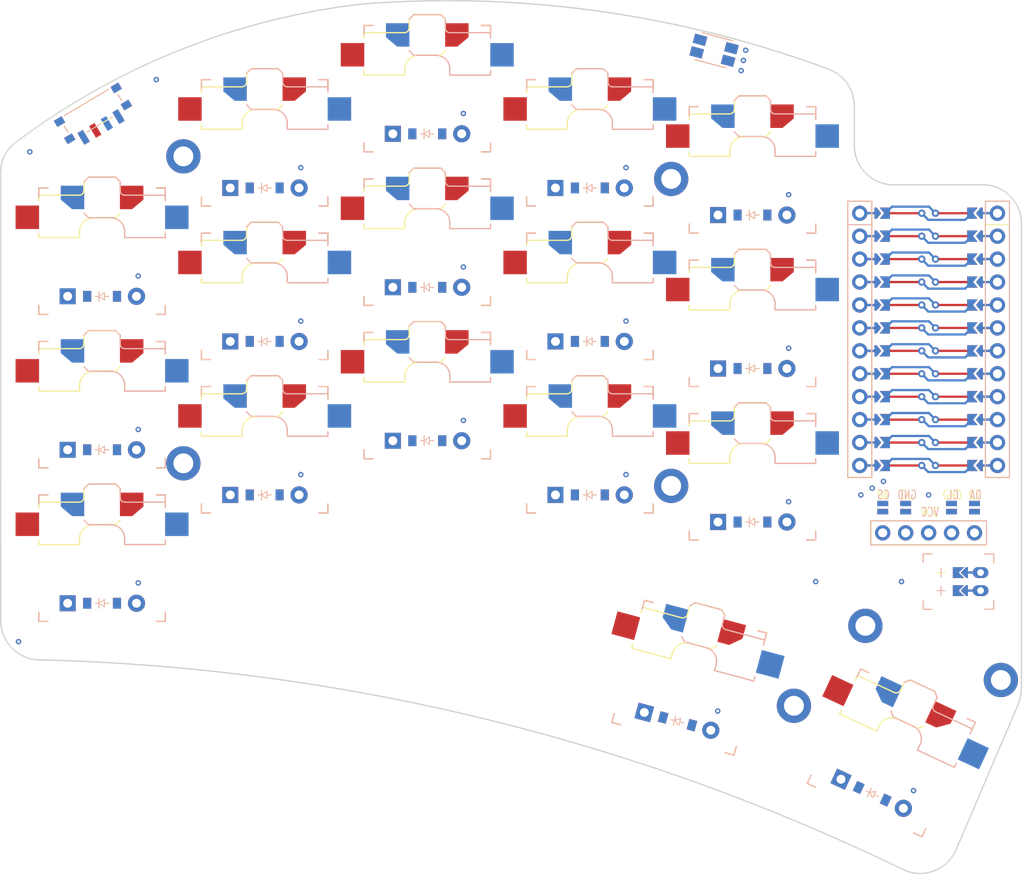
<source format=kicad_pcb>
(kicad_pcb (version 20211014) (generator pcbnew)
  (title_block (title "snak") (rev "v1.0.0") (company "Unknown"))
  (layers (0 "F.Cu" signal) (31 "B.Cu" signal) (34 "B.Paste" user) (35 "F.Paste" user) (36 "B.SilkS" user "B.Silkscreen") (37 "F.SilkS" user "F.Silkscreen") (38 "B.Mask" user) (39 "F.Mask" user) (44 "Edge.Cuts" user))
  (net 0 "")
  (net 1 "P1")
  (net 2 "pinky_bot")
  (net 3 "pinky_mid")
  (net 4 "pinky_top")
  (net 5 "P0")
  (net 6 "ring_bot")
  (net 7 "ring_mid")
  (net 8 "ring_top")
  (net 9 "P2")
  (net 10 "middle_bot")
  (net 11 "middle_mid")
  (net 12 "middle_top")
  (net 13 "P3")
  (net 14 "index_bot")
  (net 15 "index_mid")
  (net 16 "index_top")
  (net 17 "P4")
  (net 18 "inner_bot")
  (net 19 "inner_mid")
  (net 20 "inner_top")
  (net 21 "out_home")
  (net 22 "in_home")
  (net 23 "P19")
  (net 24 "P20")
  (net 25 "P21")
  (net 26 "P18")
  (net 27 "RAW")
  (net 28 "GND")
  (net 29 "RST")
  (net 30 "VCC")
  (net 31 "P15")
  (net 32 "P14")
  (net 33 "P16")
  (net 34 "P10")
  (net 35 "P5")
  (net 36 "P6")
  (net 37 "P7")
  (net 38 "P8")
  (net 39 "P9")
  (net 40 "MCU1_24")
  (net 41 "MCU1_1")
  (net 42 "MCU1_2")
  (net 43 "MCU1_23")
  (net 44 "MCU1_22")
  (net 45 "MCU1_3")
  (net 46 "MCU1_21")
  (net 47 "MCU1_4")
  (net 48 "MCU1_5")
  (net 49 "MCU1_20")
  (net 50 "MCU1_6")
  (net 51 "MCU1_19")
  (net 52 "MCU1_7")
  (net 53 "MCU1_18")
  (net 54 "MCU1_8")
  (net 55 "MCU1_17")
  (net 56 "MCU1_9")
  (net 57 "MCU1_16")
  (net 58 "MCU1_15")
  (net 59 "MCU1_10")
  (net 60 "MCU1_14")
  (net 61 "MCU1_11")
  (net 62 "MCU1_13")
  (net 63 "MCU1_12")
  (net 64 "DISP1_1")
  (net 65 "DISP1_2")
  (net 66 "DISP1_4")
  (net 67 "DISP1_5")
  (net 68 "pos")
  (net 69 "JST1_1")
  (net 70 "JST1_2")
  (footprint "VIA-0.6mm" (layer "F.Cu") (at 140 67.75)
    (fp_text reference "REF**" hide)
    (fp_text value "VIA-0.6mm" hide)
  )
  (footprint "VIA-0.6mm" (layer "F.Cu") (at 106 47)
    (fp_text reference "REF**" hide)
    (fp_text value "VIA-0.6mm" hide)
  )
  (footprint "nice!view" (layer "F.Cu") (at 191.5 80.5)
    (fp_text reference "DISP1" hide)
    (fp_text value "")
  )
  (footprint "VIA-0.6mm" (layer "F.Cu") (at 171.25 43.75)
    (fp_text reference "REF**" hide)
    (fp_text value "VIA-0.6mm" hide)
  )
  (footprint "VIA-0.6mm" (layer "F.Cu") (at 92 55)
    (fp_text reference "REF**" hide)
    (fp_text value "VIA-0.6mm" hide)
  )
  (footprint "VIA-0.6mm" (layer "F.Cu") (at 158 56.75)
    (fp_text reference "REF**" hide)
    (fp_text value "VIA-0.6mm" hide)
  )
  (footprint "PG1350" (layer "F.Cu") (at 118 88)
    (fp_text reference "S4" hide)
    (fp_text value "")
  )
  (footprint "ComboDiode" (layer "F.Cu") (at 185.254964 126.104413 -25)
    (fp_text reference "D17" hide)
    (fp_text value "" hide)
  )
  (footprint "PG1350" (layer "F.Cu") (at 172 57)
    (fp_text reference "S15" hide)
    (fp_text value "")
  )
  (footprint "PG1350" (layer "F.Cu") (at 100 83)
    (fp_text reference "S2" hide)
    (fp_text value "")
  )
  (footprint "VIA-0.6mm" (layer "F.Cu") (at 158 73.75)
    (fp_text reference "REF**" hide)
    (fp_text value "VIA-0.6mm" hide)
  )
  (footprint "PG1350" (layer "F.Cu") (at 136 82)
    (fp_text reference "S7" hide)
    (fp_text value "")
  )
  (footprint "VIA-0.6mm" (layer "F.Cu") (at 176 76.75)
    (fp_text reference "REF**" hide)
    (fp_text value "VIA-0.6mm" hide)
  )
  (footprint "VIA-0.6mm" (layer "F.Cu") (at 185.25 92.25)
    (fp_text reference "REF**" hide)
    (fp_text value "VIA-0.6mm" hide)
  )
  (footprint "mounting_hole" (layer "F.Cu") (at 163 92)
    (fp_text reference "H4" hide)
    (fp_text value "")
  )
  (footprint "VIA-0.6mm" (layer "F.Cu") (at 171 44.875)
    (fp_text reference "REF**" hide)
    (fp_text value "VIA-0.6mm" hide)
  )
  (footprint "mounting_hole" (layer "F.Cu") (at 109 55.5)
    (fp_text reference "H1" hide)
    (fp_text value "")
  )
  (footprint "ComboDiode" (layer "F.Cu") (at 136 53)
    (fp_text reference "D9" hide)
    (fp_text value "" hide)
  )
  (footprint "VIA-0.6mm" (layer "F.Cu") (at 176 59.75)
    (fp_text reference "REF**" hide)
    (fp_text value "VIA-0.6mm" hide)
  )
  (footprint "mounting_hole" (layer "F.Cu") (at 199.5 113.5)
    (fp_text reference "H7" hide)
    (fp_text value "")
  )
  (footprint "ComboDiode" (layer "F.Cu") (at 172 62)
    (fp_text reference "D15" hide)
    (fp_text value "" hide)
  )
  (footprint "ComboDiode" (layer "F.Cu") (at 118 59)
    (fp_text reference "D6" hide)
    (fp_text value "" hide)
  )
  (footprint "ComboDiode" (layer "F.Cu") (at 154 93)
    (fp_text reference "D10" hide)
    (fp_text value "" hide)
  )
  (footprint "mounting_hole" (layer "F.Cu") (at 109 89.5)
    (fp_text reference "H2" hide)
    (fp_text value "")
  )
  (footprint "mounting_hole" (layer "F.Cu") (at 176.59111 116.355829 -15)
    (fp_text reference "H5" hide)
    (fp_text value "")
  )
  (footprint "PG1350" (layer "F.Cu") (at 100 100)
    (fp_text reference "S1" hide)
    (fp_text value "")
  )
  (footprint "PG1350" (layer "F.Cu") (at 118 71)
    (fp_text reference "S5" hide)
    (fp_text value "")
  )
  (footprint "ComboDiode" (layer "F.Cu") (at 100 71)
    (fp_text reference "D3" hide)
    (fp_text value "" hide)
  )
  (footprint "PG1350" (layer "F.Cu") (at 154 71)
    (fp_text reference "S11" hide)
    (fp_text value "")
  )
  (footprint "ComboDiode" (layer "F.Cu") (at 163.705905 118.079629 -15)
    (fp_text reference "D16" hide)
    (fp_text value "" hide)
  )
  (footprint "mounting_hole" (layer "F.Cu") (at 184.5 107.5)
    (fp_text reference "H6" hide)
    (fp_text value "")
  )
  (footprint "VIA-0.6mm" (layer "F.Cu") (at 184 93)
    (fp_text reference "REF**" hide)
    (fp_text value "VIA-0.6mm" hide)
  )
  (footprint "nice_nano" (layer "F.Cu") (at 191.5 74.5)
    (fp_text reference "MCU1" hide)
    (fp_text value "")
  )
  (footprint "VIA-0.6mm" (layer "F.Cu") (at 122 73.75)
    (fp_text reference "REF**" hide)
    (fp_text value "VIA-0.6mm" hide)
  )
  (footprint "VIA-0.6mm" (layer "F.Cu") (at 104 102.75)
    (fp_text reference "REF**" hide)
    (fp_text value "VIA-0.6mm" hide)
  )
  (footprint "power_switch" (layer "F.Cu") (at 99 50.75 120.75)
    (fp_text reference "SW2" hide)
    (fp_text value "")
  )
  (footprint "JST_PH_S2B-PH-K" (layer "F.Cu") (at 197.25 102.6 -90)
    (fp_text reference "JST1" hide)
    (fp_text value "")
  )
  (footprint "PG1350" (layer "F.Cu") (at 118 54)
    (fp_text reference "S6" hide)
    (fp_text value "")
  )
  (footprint "VIA-0.6mm" (layer "F.Cu") (at 170.75 46)
    (fp_text reference "REF**" hide)
    (fp_text value "VIA-0.6mm" hide)
  )
  (footprint "VIA-0.6mm" (layer "F.Cu") (at 90.75 109.25)
    (fp_text reference "REF**" hide)
    (fp_text value "VIA-0.6mm" hide)
  )
  (footprint "VIA-0.6mm" (layer "F.Cu") (at 104 85.75)
    (fp_text reference "REF**" hide)
    (fp_text value "VIA-0.6mm" hide)
  )
  (footprint "ComboDiode" (layer "F.Cu") (at 172 96)
    (fp_text reference "D13" hide)
    (fp_text value "" hide)
  )
  (footprint "VIA-0.6mm" (layer "F.Cu") (at 189.831086 125.755693 -25)
    (fp_text reference "REF**" hide)
    (fp_text value "VIA-0.6mm" hide)
  )
  (footprint "ComboDiode" (layer "F.Cu") (at 154 76)
    (fp_text reference "D11" hide)
    (fp_text value "" hide)
  )
  (footprint "ComboDiode" (layer "F.Cu") (at 136 87)
    (fp_text reference "D7" hide)
    (fp_text value "" hide)
  )
  (footprint "VIA-0.6mm" (layer "F.Cu") (at 186.5 91.5)
    (fp_text reference "REF**" hide)
    (fp_text value "VIA-0.6mm" hide)
  )
  (footprint "VIA-0.6mm" (layer "F.Cu") (at 104 68.75)
    (fp_text reference "REF**" hide)
    (fp_text value "VIA-0.6mm" hide)
  )
  (footprint "VIA-0.6mm" (layer "F.Cu") (at 168.151951 116.941572 -15)
    (fp_text reference "REF**" hide)
    (fp_text value "VIA-0.6mm" hide)
  )
  (footprint "VIA-0.6mm" (layer "F.Cu") (at 179 102.6)
    (fp_text reference "REF**" hide)
    (fp_text value "VIA-0.6mm" hide)
  )
  (footprint "VIA-0.6mm" (layer "F.Cu") (at 191.5 93)
    (fp_text reference "REF**" hide)
    (fp_text value "VIA-0.6mm" hide)
  )
  (footprint "ComboDiode" (layer "F.Cu") (at 154 59)
    (fp_text reference "D12" hide)
    (fp_text value "" hide)
  )
  (footprint "ComboDiode" (layer "F.Cu") (at 100 105)
    (fp_text reference "D1" hide)
    (fp_text value "" hide)
  )
  (footprint "VIA-0.6mm" (layer "F.Cu") (at 140 84.75)
    (fp_text reference "REF**" hide)
    (fp_text value "VIA-0.6mm" hide)
  )
  (footprint "ComboDiode" (layer "F.Cu") (at 172 79)
    (fp_text reference "D14" hide)
    (fp_text value "" hide)
  )
  (footprint "VIA-0.6mm" (layer "F.Cu") (at 140 50.75)
    (fp_text reference "REF**" hide)
    (fp_text value "VIA-0.6mm" hide)
  )
  (footprint "mounting_hole" (layer "F.Cu") (at 163 58)
    (fp_text reference "H3" hide)
    (fp_text value "")
  )
  (footprint "ComboDiode" (layer "F.Cu") (at 136 70)
    (fp_text reference "D8" hide)
    (fp_text value "" hide)
  )
  (footprint "VIA-0.6mm" (layer "F.Cu") (at 158 90.75)
    (fp_text reference "REF**" hide)
    (fp_text value "VIA-0.6mm" hide)
  )
  (footprint "VIA-0.6mm" (layer "F.Cu") (at 188.5 102.6)
    (fp_text reference "REF**" hide)
    (fp_text value "VIA-0.6mm" hide)
  )
  (footprint "ComboDiode" (layer "F.Cu") (at 118 93)
    (fp_text reference "D4" hide)
    (fp_text value "" hide)
  )
  (footprint "VIA-0.6mm" (layer "F.Cu") (at 122 56.75)
    (fp_text reference "REF**" hide)
    (fp_text value "VIA-0.6mm" hide)
  )
  (footprint "PG1350" (layer "F.Cu") (at 187.368055 121.572874 -25)
    (fp_text reference "S17" hide)
    (fp_text value "")
  )
  (footprint "PG1350" (layer "F.Cu") (at 172 91)
    (fp_text reference "S13" hide)
    (fp_text value "")
  )
  (footprint "ComboDiode" (layer "F.Cu") (at 100 88)
    (fp_text reference "D2" hide)
    (fp_text value "" hide)
  )
  (footprint "VIA-0.6mm" (layer "F.Cu") (at 176 93.75)
    (fp_text reference "REF**" hide)
    (fp_text value "VIA-0.6mm" hide)
  )
  (footprint "sw_reset_side" (layer "F.Cu") (at 167.75 43.75 75)
    (fp_text reference "SW1" hide)
    (fp_text value "")
  )
  (footprint "PG1350" (layer "F.Cu") (at 100 66)
    (fp_text reference "S3" hide)
    (fp_text value "")
  )
  (footprint "PG1350" (layer "F.Cu") (at 154 54)
    (fp_text reference "S12" hide)
    (fp_text value "")
  )
  (footprint "PG1350" (layer "F.Cu") (at 165 113.25 -15)
    (fp_text reference "S16" hide)
    (fp_text value "")
  )
  (footprint "PG1350" (layer "F.Cu") (at 136 48)
    (fp_text reference "S9" hide)
    (fp_text value "")
  )
  (footprint "ComboDiode" (layer "F.Cu") (at 118 76)
    (fp_text reference "D5" hide)
    (fp_text value "" hide)
  )
  (footprint "PG1350" (layer "F.Cu") (at 172 74)
    (fp_text reference "S14" hide)
    (fp_text value "")
  )
  (footprint "VIA-0.6mm" (layer "F.Cu") (at 122 90.75)
    (fp_text reference "REF**" hide)
    (fp_text value "VIA-0.6mm" hide)
  )
  (footprint "PG1350" (layer "F.Cu") (at 154 88)
    (fp_text reference "S10" hide)
    (fp_text value "")
  )
  (footprint "PG1350" (layer "F.Cu") (at 136 65)
    (fp_text reference "S8" hide)
    (fp_text value "")
  )
  (gr_arc (start 194.474784 132.458567) (mid 192.099815 134.64575) (end 188.871576 134.593613) (layer "Edge.Cuts") (width 0.15))
  (gr_arc (start 197.504 58.65) (mid 200.552538 59.928895) (end 201.775 63) (layer "Edge.Cuts") (width 0.15))
  (gr_line (start 88.78 106.921601) (end 88.775 57.3) (layer "Edge.Cuts") (width 0.15))
  (gr_arc (start 180.546429 45.889896) (mid 182.547279 47.523347) (end 183.280594 50) (layer "Edge.Cuts") (width 0.15))
  (gr_arc (start 201.775 114) (mid 201.704685 115.108563) (end 201.425 116.183567) (layer "Edge.Cuts") (width 0.15))
  (gr_arc (start 88.775 57.3) (mid 89.214733 55.387543) (end 90.5 53.904659) (layer "Edge.Cuts") (width 0.15))
  (gr_arc (start 128.49 38.65) (mid 154.915844 39.406915) (end 180.546429 45.889896) (layer "Edge.Cuts") (width 0.15))
  (gr_line (start 183.280594 50) (end 183.280594 54.465594) (layer "Edge.Cuts") (width 0.15))
  (gr_arc (start 90.5 53.904659) (mid 108.507256 43.765015) (end 128.53 38.65) (layer "Edge.Cuts") (width 0.15))
  (gr_arc (start 187.627441 58.65) (mid 184.610641 57.433914) (end 183.280594 54.465594) (layer "Edge.Cuts") (width 0.15))
  (gr_arc (start 92.771513 111.262576) (mid 142.080587 117.742123) (end 188.871576 134.593613) (layer "Edge.Cuts") (width 0.15))
  (gr_arc (start 92.849937 111.262576) (mid 89.956613 109.896851) (end 88.78 106.921601) (layer "Edge.Cuts") (width 0.15))
  (gr_line (start 187.627441 58.65) (end 197.504 58.65) (layer "Edge.Cuts") (width 0.15))
  (gr_line (start 201.775 63) (end 201.775 114) (layer "Edge.Cuts") (width 0.15))
  (gr_line (start 201.425 116.183567) (end 194.474784 132.458567) (layer "Edge.Cuts") (width 0.15))
  (segment (start 190.74 61.8) (end 186.72 61.8) (width 0.25) (layer "F.Cu") (net 1))
  (segment (start 191.46 62.53) (end 195.55 62.53) (width 0.25) (layer "B.Cu") (net 1))
  (segment (start 195.55 62.53) (end 196.28 61.8) (width 0.25) (layer "B.Cu") (net 1))
  (segment (start 190.74 61.8) (end 191.46 62.53) (width 0.25) (layer "B.Cu") (net 1))
  (segment (start 186.72 64.34) (end 190.74 64.34) (width 0.25) (layer "F.Cu") (net 5))
  (segment (start 190.74 64.34) (end 191.46 65.07) (width 0.25) (layer "B.Cu") (net 5))
  (segment (start 191.46 65.07) (end 195.55 65.07) (width 0.25) (layer "B.Cu") (net 5))
  (segment (start 195.55 65.07) (end 196.28 64.34) (width 0.25) (layer "B.Cu") (net 5))
  (segment (start 186.72 71.96) (end 190.74 71.96) (width 0.25) (layer "F.Cu") (net 9))
  (segment (start 195.55 72.69) (end 196.28 71.96) (width 0.25) (layer "B.Cu") (net 9))
  (segment (start 190.74 71.96) (end 191.46 72.69) (width 0.25) (layer "B.Cu") (net 9))
  (segment (start 191.46 72.69) (end 195.55 72.69) (width 0.25) (layer "B.Cu") (net 9))
  (segment (start 186.72 74.5) (end 190.74 74.5) (width 0.25) (layer "F.Cu") (net 13))
  (segment (start 191.46 75.23) (end 195.55 75.23) (width 0.25) (layer "B.Cu") (net 13))
  (segment (start 190.74 74.5) (end 191.46 75.23) (width 0.25) (layer "B.Cu") (net 13))
  (segment (start 195.55 75.23) (end 196.28 74.5) (width 0.25) (layer "B.Cu") (net 13))
  (segment (start 186.72 77.04) (end 190.74 77.04) (width 0.25) (layer "F.Cu") (net 17))
  (segment (start 195.55 77.77) (end 196.28 77.04) (width 0.25) (layer "B.Cu") (net 17))
  (segment (start 191.46 77.77) (end 195.55 77.77) (width 0.25) (layer "B.Cu") (net 17))
  (segment (start 190.74 77.04) (end 191.46 77.77) (width 0.25) (layer "B.Cu") (net 17))
  (segment (start 196.28 77.04) (end 192.26 77.04) (width 0.25) (layer "F.Cu") (net 23))
  (segment (start 187.45 76.31) (end 186.72 77.04) (width 0.25) (layer "B.Cu") (net 23))
  (segment (start 192.26 77.04) (end 191.54 76.31) (width 0.25) (layer "B.Cu") (net 23))
  (segment (start 191.54 76.31) (end 187.45 76.31) (width 0.25) (layer "B.Cu") (net 23))
  (segment (start 196.28 74.5) (end 192.26 74.5) (width 0.25) (layer "F.Cu") (net 24))
  (segment (start 187.45 73.77) (end 186.72 74.5) (width 0.25) (layer "B.Cu") (net 24))
  (segment (start 192.26 74.5) (end 191.54 73.77) (width 0.25) (layer "B.Cu") (net 24))
  (segment (start 191.54 73.77) (end 187.45 73.77) (width 0.25) (layer "B.Cu") (net 24))
  (segment (start 196.28 71.96) (end 192.26 71.96) (width 0.25) (layer "F.Cu") (net 25))
  (segment (start 187.45 71.23) (end 186.72 71.96) (width 0.25) (layer "B.Cu") (net 25))
  (segment (start 192.26 71.96) (end 191.54 71.23) (width 0.25) (layer "B.Cu") (net 25))
  (segment (start 191.54 71.23) (end 187.45 71.23) (width 0.25) (layer "B.Cu") (net 25))
  (segment (start 196.28 79.58) (end 192.26 79.58) (width 0.25) (layer "F.Cu") (net 26))
  (segment (start 187.45 78.85) (end 186.72 79.58) (width 0.25) (layer "B.Cu") (net 26))
  (segment (start 192.26 79.58) (end 191.54 78.85) (width 0.25) (layer "B.Cu") (net 26))
  (segment (start 191.54 78.85) (end 187.45 78.85) (width 0.25) (layer "B.Cu") (net 26))
  (segment (start 192.26 61.8) (end 196.28 61.8) (width 0.25) (layer "F.Cu") (net 27))
  (segment (start 187.45 61.07) (end 186.72 61.8) (width 0.25) (layer "B.Cu") (net 27))
  (segment (start 191.54 61.07) (end 187.45 61.07) (width 0.25) (layer "B.Cu") (net 27))
  (segment (start 192.26 61.8) (end 191.54 61.07) (width 0.25) (layer "B.Cu") (net 27))
  (segment (start 186.72 69.42) (end 190.74 69.42) (width 0.25) (layer "F.Cu") (net 28))
  (segment (start 196.28 64.34) (end 192.26 64.34) (width 0.25) (layer "F.Cu") (net 28))
  (segment (start 186.72 66.88) (end 190.74 66.88) (width 0.25) (layer "F.Cu") (net 28))
  (segment (start 195.55 70.15) (end 196.28 69.42) (width 0.25) (layer "B.Cu") (net 28))
  (segment (start 190.74 69.42) (end 191.46 70.15) (width 0.25) (layer "B.Cu") (net 28))
  (segment (start 191.54 63.61) (end 187.45 63.61) (width 0.25) (layer "B.Cu") (net 28))
  (segment (start 187.45 63.61) (end 186.72 64.34) (width 0.25) (layer "B.Cu") (net 28))
  (segment (start 195.55 67.61) (end 196.28 66.88) (width 0.25) (layer "B.Cu") (net 28))
  (segment (start 191.46 67.61) (end 195.55 67.61) (width 0.25) (layer "B.Cu") (net 28))
  (segment (start 192.26 64.34) (end 191.54 63.61) (width 0.25) (layer "B.Cu") (net 28))
  (segment (start 191.46 70.15) (end 195.55 70.15) (width 0.25) (layer "B.Cu") (net 28))
  (segment (start 190.74 66.88) (end 191.46 67.61) (width 0.25) (layer "B.Cu") (net 28))
  (segment (start 196.28 66.88) (end 192.26 66.88) (width 0.25) (layer "F.Cu") (net 29))
  (segment (start 191.54 66.15) (end 187.45 66.15) (width 0.25) (layer "B.Cu") (net 29))
  (segment (start 192.26 66.88) (end 191.54 66.15) (width 0.25) (layer "B.Cu") (net 29))
  (segment (start 187.45 66.15) (end 186.72 66.88) (width 0.25) (layer "B.Cu") (net 29))
  (segment (start 196.28 69.42) (end 192.26 69.42) (width 0.25) (layer "F.Cu") (net 30))
  (segment (start 187.45 68.69) (end 186.72 69.42) (width 0.25) (layer "B.Cu") (net 30))
  (segment (start 191.54 68.69) (end 187.45 68.69) (width 0.25) (layer "B.Cu") (net 30))
  (segment (start 192.26 69.42) (end 191.54 68.69) (width 0.25) (layer "B.Cu") (net 30))
  (segment (start 196.28 82.12) (end 192.26 82.12) (width 0.25) (layer "F.Cu") (net 31))
  (segment (start 192.26 82.12) (end 191.54 81.39) (width 0.25) (layer "B.Cu") (net 31))
  (segment (start 187.45 81.39) (end 186.72 82.12) (width 0.25) (layer "B.Cu") (net 31))
  (segment (start 191.54 81.39) (end 187.45 81.39) (width 0.25) (layer "B.Cu") (net 31))
  (segment (start 196.28 84.66) (end 192.26 84.66) (width 0.25) (layer "F.Cu") (net 32))
  (segment (start 191.54 83.93) (end 187.45 83.93) (width 0.25) (layer "B.Cu") (net 32))
  (segment (start 187.45 83.93) (end 186.72 84.66) (width 0.25) (layer "B.Cu") (net 32))
  (segment (start 192.26 84.66) (end 191.54 83.93) (width 0.25) (layer "B.Cu") (net 32))
  (segment (start 196.28 87.2) (end 192.26 87.2) (width 0.25) (layer "F.Cu") (net 33))
  (segment (start 192.26 87.2) (end 191.54 86.47) (width 0.25) (layer "B.Cu") (net 33))
  (segment (start 187.45 86.47) (end 186.72 87.2) (width 0.25) (layer "B.Cu") (net 33))
  (segment (start 191.54 86.47) (end 187.45 86.47) (width 0.25) (layer "B.Cu") (net 33))
  (segment (start 196.28 89.74) (end 192.26 89.74) (width 0.25) (layer "F.Cu") (net 34))
  (segment (start 187.45 89.01) (end 186.72 89.74) (width 0.25) (layer "B.Cu") (net 34))
  (segment (start 191.54 89.01) (end 187.45 89.01) (width 0.25) (layer "B.Cu") (net 34))
  (segment (start 192.26 89.74) (end 191.54 89.01) (width 0.25) (layer "B.Cu") (net 34))
  (segment (start 186.72 79.58) (end 190.74 79.58) (width 0.25) (layer "F.Cu") (net 35))
  (segment (start 191.46 80.31) (end 195.55 80.31) (width 0.25) (layer "B.Cu") (net 35))
  (segment (start 190.74 79.58) (end 191.46 80.31) (width 0.25) (layer "B.Cu") (net 35))
  (segment (start 195.55 80.31) (end 196.28 79.58) (width 0.25) (layer "B.Cu") (net 35))
  (segment (start 186.72 82.12) (end 190.74 82.12) (width 0.25) (layer "F.Cu") (net 36))
  (segment (start 191.46 82.85) (end 195.55 82.85) (width 0.25) (layer "B.Cu") (net 36))
  (segment (start 190.74 82.12) (end 191.46 82.85) (width 0.25) (layer "B.Cu") (net 36))
  (segment (start 195.55 82.85) (end 196.28 82.12) (width 0.25) (layer "B.Cu") (net 36))
  (segment (start 186.72 84.66) (end 190.74 84.66) (width 0.25) (layer "F.Cu") (net 37))
  (segment (start 191.52 85.39) (end 195.55 85.39) (width 0.25) (layer "B.Cu") (net 37))
  (segment (start 190.74 84.66) (end 190.8 84.66) (width 0.25) (layer "B.Cu") (net 37))
  (segment (start 190.8 84.66) (end 191.52 85.39) (width 0.25) (layer "B.Cu") (net 37))
  (segment (start 195.55 85.39) (end 196.28 84.66) (width 0.25) (layer "B.Cu") (net 37))
  (segment (start 186.72 87.2) (end 190.74 87.2) (width 0.25) (layer "F.Cu") (net 38))
  (segment (start 195.55 87.93) (end 196.28 87.2) (width 0.25) (layer "B.Cu") (net 38))
  (segment (start 191.46 87.93) (end 195.55 87.93) (width 0.25) (layer "B.Cu") (net 38))
  (segment (start 190.74 87.2) (end 191.46 87.93) (width 0.25) (layer "B.Cu") (net 38))
  (segment (start 186.72 89.74) (end 190.74 89.74) (width 0.25) (layer "F.Cu") (net 39))
  (segment (start 191.46 90.47) (end 195.55 90.47) (width 0.25) (layer "B.Cu") (net 39))
  (segment (start 195.55 90.47) (end 196.28 89.74) (width 0.25) (layer "B.Cu") (net 39))
  (segment (start 190.74 89.74) (end 191.46 90.47) (width 0.25) (layer "B.Cu") (net 39))
  (segment (start 183.88 61.8) (end 186 61.8) (width 0.25) (layer "F.Cu") (net 40))
  (segment (start 183.88 61.8) (end 186 61.8) (width 0.25) (layer "B.Cu") (net 40))
  (segment (start 199.12 61.8) (end 197 61.8) (width 0.25) (layer "F.Cu") (net 41))
  (segment (start 199.12 61.8) (end 197 61.8) (width 0.25) (layer "B.Cu") (net 41))
  (segment (start 199.12 64.34) (end 197 64.34) (width 0.25) (layer "F.Cu") (net 42))
  (segment (start 199.12 64.34) (end 197 64.34) (width 0.25) (layer "B.Cu") (net 42))
  (segment (start 183.88 64.34) (end 186 64.34) (width 0.25) (layer "F.Cu") (net 43))
  (segment (start 183.88 64.34) (end 186 64.34) (width 0.25) (layer "B.Cu") (net 43))
  (segment (start 183.88 66.88) (end 186 66.88) (width 0.25) (layer "F.Cu") (net 44))
  (segment (start 183.88 66.88) (end 186 66.88) (width 0.25) (layer "B.Cu") (net 44))
  (segment (start 199.12 66.88) (end 197 66.88) (width 0.25) (layer "F.Cu") (net 45))
  (segment (start 199.12 66.88) (end 197 66.88) (width 0.25) (layer "B.Cu") (net 45))
  (segment (start 183.88 69.42) (end 186 69.42) (width 0.25) (layer "F.Cu") (net 46))
  (segment (start 183.88 69.42) (end 186 69.42) (width 0.25) (layer "B.Cu") (net 46))
  (segment (start 199.12 69.42) (end 197 69.42) (width 0.25) (layer "F.Cu") (net 47))
  (segment (start 199.12 69.42) (end 197 69.42) (width 0.25) (layer "B.Cu") (net 47))
  (segment (start 199.12 71.96) (end 197 71.96) (width 0.25) (layer "F.Cu") (net 48))
  (segment (start 199.12 71.96) (end 197 71.96) (width 0.25) (layer "B.Cu") (net 48))
  (segment (start 183.88 71.96) (end 186 71.96) (width 0.25) (layer "F.Cu") (net 49))
  (segment (start 183.88 71.96) (end 186 71.96) (width 0.25) (layer "B.Cu") (net 49))
  (segment (start 199.12 74.5) (end 197 74.5) (width 0.25) (layer "F.Cu") (net 50))
  (segment (start 199.12 74.5) (end 197 74.5) (width 0.25) (layer "B.Cu") (net 50))
  (segment (start 183.88 74.5) (end 186 74.5) (width 0.25) (layer "F.Cu") (net 51))
  (segment (start 183.88 74.5) (end 186 74.5) (width 0.25) (layer "B.Cu") (net 51))
  (segment (start 199.12 77.04) (end 197 77.04) (width 0.25) (layer "F.Cu") (net 52))
  (segment (start 199.12 77.04) (end 197 77.04) (width 0.25) (layer "B.Cu") (net 52))
  (segment (start 183.88 77.04) (end 186 77.04) (width 0.25) (layer "F.Cu") (net 53))
  (segment (start 183.88 77.04) (end 186 77.04) (width 0.25) (layer "B.Cu") (net 53))
  (segment (start 199.12 79.58) (end 197 79.58) (width 0.25) (layer "F.Cu") (net 54))
  (segment (start 199.12 79.58) (end 197 79.58) (width 0.25) (layer "B.Cu") (net 54))
  (segment (start 183.88 79.58) (end 186 79.58) (width 0.25) (layer "F.Cu") (net 55))
  (segment (start 183.88 79.58) (end 186 79.58) (width 0.25) (layer "B.Cu") (net 55))
  (segment (start 199.12 82.12) (end 197 82.12) (width 0.25) (layer "F.Cu") (net 56))
  (segment (start 199.12 82.12) (end 197 82.12) (width 0.25) (layer "B.Cu") (net 56))
  (segment (start 183.88 82.12) (end 186 82.12) (width 0.25) (layer "F.Cu") (net 57))
  (segment (start 183.88 82.12) (end 186 82.12) (width 0.25) (layer "B.Cu") (net 57))
  (segment (start 183.88 84.66) (end 186 84.66) (width 0.25) (layer "F.Cu") (net 58))
  (segment (start 183.88 84.66) (end 186 84.66) (width 0.25) (layer "B.Cu") (net 58))
  (segment (start 199.12 84.66) (end 197 84.66) (width 0.25) (layer "F.Cu") (net 59))
  (segment (start 199.12 84.66) (end 197 84.66) (width 0.25) (layer "B.Cu") (net 59))
  (segment (start 183.88 87.2) (end 186 87.2) (width 0.25) (layer "F.Cu") (net 60))
  (segment (start 183.88 87.2) (end 186 87.2) (width 0.25) (layer "B.Cu") (net 60))
  (segment (start 199.12 87.2) (end 197 87.2) (width 0.25) (layer "F.Cu") (net 61))
  (segment (start 199.12 87.2) (end 197 87.2) (width 0.25) (layer "B.Cu") (net 61))
  (segment (start 183.88 89.74) (end 186 89.74) (width 0.25) (layer "F.Cu") (net 62))
  (segment (start 183.88 89.74) (end 186 89.74) (width 0.25) (layer "B.Cu") (net 62))
  (segment (start 199.12 89.74) (end 197 89.74) (width 0.25) (layer "F.Cu") (net 63))
  (segment (start 199.12 89.74) (end 197 89.74) (width 0.25) (layer "B.Cu") (net 63))
  (segment (start 195.45 101.6) (end 197.25 101.6) (width 0.25) (layer "F.Cu") (net 69))
  (segment (start 195.45 101.6) (end 197.25 101.6) (width 0.25) (layer "B.Cu") (net 69))
  (segment (start 195.45 103.6) (end 197.25 103.6) (width 0.25) (layer "F.Cu") (net 70))
  (segment (start 195.45 103.6) (end 197.25 103.6) (width 0.25) (layer "B.Cu") (net 70))
)
</source>
